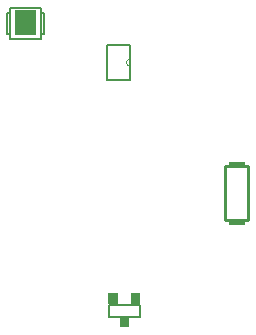
<source format=gm1>
G04 Layer_Color=16711935*
%FSLAX25Y25*%
%MOIN*%
G70*
G01*
G75*
%ADD26C,0.01000*%
%ADD37C,0.00500*%
%ADD41C,0.00591*%
%ADD69C,0.00000*%
%ADD70C,0.00600*%
G36*
X233322Y360008D02*
X230165D01*
Y363637D01*
X233322D01*
Y360008D01*
D02*
G37*
G36*
X225828Y363648D02*
X225828D01*
Y360008D01*
X222685D01*
Y363648D01*
Y363648D01*
X225828D01*
Y363648D01*
D02*
G37*
G36*
X229579Y355986D02*
X229580D01*
Y352370D01*
X226425D01*
Y355986D01*
Y355987D01*
X229579D01*
Y355986D01*
D02*
G37*
G36*
X198543Y449701D02*
X191439D01*
Y458028D01*
X198543D01*
Y449701D01*
D02*
G37*
G36*
X268262Y406470D02*
X262941D01*
Y407433D01*
X268262D01*
Y406470D01*
D02*
G37*
G36*
X268265Y386533D02*
X262941D01*
Y387551D01*
X268265D01*
Y386533D01*
D02*
G37*
D26*
X261563Y387945D02*
X269240D01*
Y406055D01*
X261563D02*
X269240D01*
X261563Y387945D02*
Y406055D01*
D37*
X197171Y453539D02*
G03*
X197171Y453539I-2171J0D01*
G01*
X196348D02*
G03*
X196348Y453539I-1309J0D01*
G01*
X188819Y450075D02*
X189882D01*
Y458618D02*
X200118D01*
X189882Y448382D02*
X200118D01*
X189764Y456925D02*
Y456965D01*
X188819Y456925D02*
X189764D01*
X188819Y450075D02*
Y456925D01*
X200276Y449917D02*
Y449957D01*
Y450075D02*
X201181D01*
Y456925D01*
X200433D02*
X201181D01*
X200118Y448382D02*
Y458618D01*
X189882Y450075D02*
Y458618D01*
Y448382D02*
Y450075D01*
D41*
X222882Y355638D02*
X233118D01*
Y359575D01*
X222882D02*
X233118D01*
X222882Y355638D02*
Y359575D01*
X233118Y355638D02*
Y359575D01*
X222882Y355638D02*
Y359575D01*
X233118D01*
X222882Y355638D02*
X233118D01*
D69*
X229900Y441700D02*
G03*
X229900Y439300I0J-1200D01*
G01*
D70*
X222100Y446400D02*
X229900D01*
Y441700D02*
Y446400D01*
Y439300D02*
Y441700D01*
Y434600D02*
Y439300D01*
X222100Y434600D02*
X229900D01*
X222100D02*
Y446400D01*
M02*

</source>
